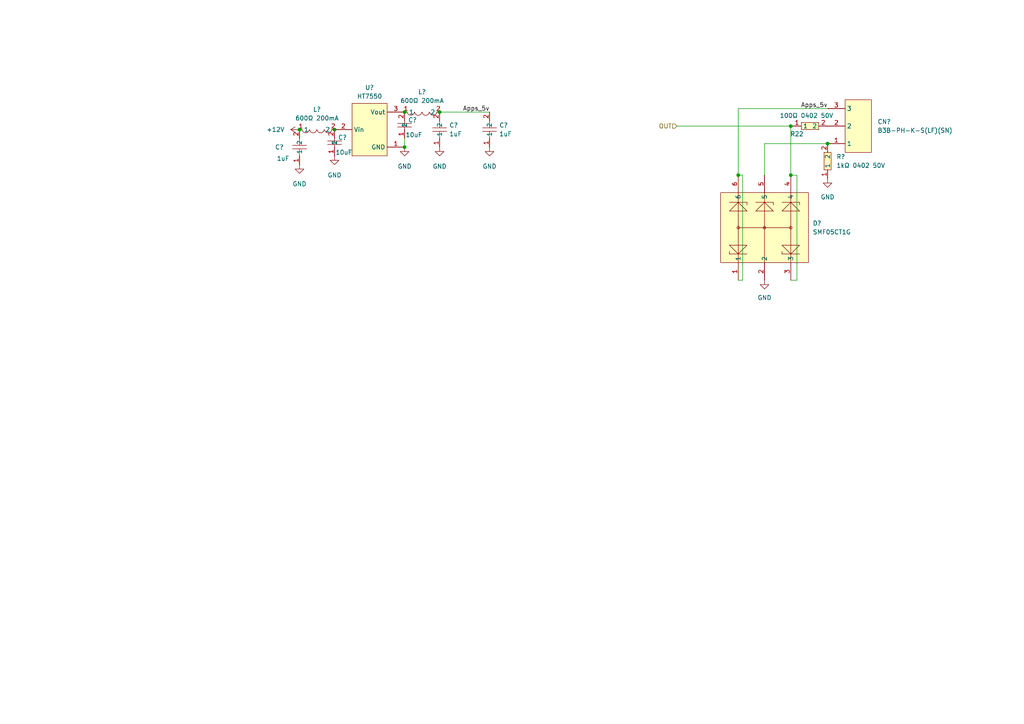
<source format=kicad_sch>
(kicad_sch (version 20211123) (generator eeschema)
  (paper "A4")
  (lib_symbols
    (symbol "easyeda2kicad:100Ω 0402 50V"
      (property "Reference" "R" (at 0 5.08 0))
      (property "Value" "100Ω 0402 50V" (at 0 -5.08 0))
      (symbol "100Ω 0402 50V_0_1"
        (rectangle (start -2.54 1.02) (end 2.54 -1.02) (fill (type background)))
        (pin input line (at -5.08 0 0) (length 2.54) (name "1") (number "1"))
        (pin input line (at 5.08 0 180) (length 2.54) (name "2") (number "2"))
      )
    )
    (symbol "easyeda2kicad:1kΩ 0402 50V"
      (property "Reference" "R" (at 0 5.08 0))
      (property "Value" "1kΩ 0402 50V" (at 0 -5.08 0))
      (symbol "1kΩ 0402 50V_0_1"
        (rectangle (start -2.54 1.02) (end 2.54 -1.02) (fill (type background)))
        (pin input line (at -5.08 0 0) (length 2.54) (name "1") (number "1"))
        (pin input line (at 5.08 0 180) (length 2.54) (name "2") (number "2"))
      )
    )
    (symbol "easyeda2kicad:25V 10uF X5R ±10% 0805"
      (property "Reference" "C" (at 0 5.08 0))
      (property "Value" "25V 10uF X5R ±10% 0805" (at 0 -5.08 0))
      (symbol "25V 10uF X5R ±10% 0805_0_1"
        (polyline (pts (xy -1.27 0) (xy -0.51 0)))
        (polyline (pts (xy -0.51 2.03) (xy -0.51 -2.03)))
        (polyline (pts (xy 0.51 0) (xy 1.27 0)))
        (polyline (pts (xy 0.51 2.03) (xy 0.51 -2.03)))
        (pin input line (at -3.81 0 0) (length 2.54) (name "1") (number "1"))
        (pin input line (at 3.81 0 180) (length 2.54) (name "2") (number "2"))
      )
    )
    (symbol "easyeda2kicad:25V 1uF X5R ±10% 0402"
      (property "Reference" "C" (at 0 5.08 0))
      (property "Value" "25V 1uF X5R ±10% 0402" (at 0 -5.08 0))
      (symbol "25V 1uF X5R ±10% 0402_0_1"
        (polyline (pts (xy -0.51 -2.03) (xy -0.51 2.03)))
        (polyline (pts (xy -0.51 0) (xy -2.54 0)))
        (polyline (pts (xy 0.51 2.03) (xy 0.51 -2.03)))
        (polyline (pts (xy 2.54 0) (xy 0.51 0)))
        (pin unspecified line (at -5.08 0 0) (length 2.54) (name "1") (number "1"))
        (pin unspecified line (at 5.08 0 180) (length 2.54) (name "2") (number "2"))
      )
    )
    (symbol "easyeda2kicad:600Ω 200mA"
      (property "Reference" "L" (at 0 5.08 0))
      (property "Value" "600Ω 200mA" (at 0 -5.08 0))
      (symbol "600Ω 200mA_0_1"
        (arc (start -4.29 -0.02) (mid -2.52 -0.79) (end -2.27 -0.02))
        (arc (start -2.13 -0.02) (mid -0.36 -0.79) (end -0.11 -0.02))
        (arc (start 0.02 -0.02) (mid 1.79 -0.79) (end 2.04 -0.02))
        (arc (start 2.21 -0.02) (mid 3.3 -1.12) (end 4.23 -0.02))
        (pin unspecified line (at -5.08 0 0) (length 0.762) (name "1") (number "1"))
        (pin unspecified line (at 5.08 0 180) (length 0.762) (name "2") (number "2"))
      )
    )
    (symbol "easyeda2kicad:B3B-PH-K-S(LF)(SN)"
      (property "Reference" "CN" (at 0 10.16 0))
      (property "Value" "B3B-PH-K-S(LF)(SN)" (at 0 -10.16 0))
      (symbol "B3B-PH-K-S(LF)(SN)_0_1"
        (rectangle (start -6.35 7.62) (end 1.27 -7.62) (fill (type background)))
        (pin input line (at 6.35 5.08 180) (length 5.08) (name "1") (number "1"))
        (pin input line (at 6.35 0 180) (length 5.08) (name "2") (number "2"))
        (pin input line (at 6.35 -5.08 180) (length 5.08) (name "3") (number "3"))
      )
    )
    (symbol "easyeda2kicad:HT7550-1_C16106"
      (property "Reference" "U" (at 0 10.16 0))
      (property "Value" "HT7550-1_C16106" (at 0 -10.16 0))
      (symbol "HT7550-1_C16106_0_1"
        (rectangle (start -5.08 7.62) (end 5.08 -7.62) (fill (type background)))
        (pin unspecified line (at 10.16 -5.08 180) (length 5.08) (name "GND") (number "1"))
        (pin unspecified line (at -10.16 0 0) (length 5.08) (name "Vin") (number "2"))
        (pin unspecified line (at 10.16 5.08 180) (length 5.08) (name "Vout") (number "3"))
      )
    )
    (symbol "easyeda2kicad:SMF05CT1G"
      (property "Reference" "D" (at 0 12.7 0))
      (property "Value" "SMF05CT1G" (at 0 -12.7 0))
      (symbol "SMF05CT1G_0_1"
        (rectangle (start -10.16 12.7) (end 10.16 -12.7) (fill (type background)))
        (circle (center 0 -7.62) (radius 0.38))
        (polyline (pts (xy -10.16 -7.62) (xy 10.16 -7.62)))
        (polyline (pts (xy -10.16 0) (xy 0 0)))
        (polyline (pts (xy -10.16 7.62) (xy 10.16 7.62)))
        (polyline (pts (xy -7.62 -10.16) (xy -7.62 -5.08)))
        (polyline (pts (xy -7.62 -5.08) (xy -6.86 -5.08)))
        (polyline (pts (xy -7.62 5.08) (xy -7.62 10.16)))
        (polyline (pts (xy -7.62 10.16) (xy -6.86 10.16)))
        (polyline (pts (xy 0 -7.62) (xy 0 7.62)))
        (polyline (pts (xy 0 0) (xy 10.16 0)))
        (polyline (pts (xy 7.37 -10.16) (xy 6.6 -10.16)))
        (polyline (pts (xy 7.37 -5.08) (xy 7.37 -10.16)))
        (polyline (pts (xy 7.37 -2.54) (xy 6.6 -2.54)))
        (polyline (pts (xy 7.37 2.54) (xy 7.37 -2.54)))
        (polyline (pts (xy 7.37 5.08) (xy 6.6 5.08)))
        (polyline (pts (xy 7.37 10.16) (xy 7.37 5.08)))
        (polyline (pts (xy -5.08 -5.08) (xy -7.62 -7.62) (xy -5.08 -10.16) (xy -5.08 -5.08)) (fill (type background)))
        (polyline (pts (xy -5.08 10.16) (xy -7.62 7.62) (xy -5.08 5.08) (xy -5.08 10.16)) (fill (type background)))
        (polyline (pts (xy 4.83 -10.16) (xy 7.37 -7.62) (xy 4.83 -5.08) (xy 4.83 -10.16)) (fill (type background)))
        (polyline (pts (xy 4.83 -2.54) (xy 7.37 0) (xy 4.83 2.54) (xy 4.83 -2.54)) (fill (type background)))
        (polyline (pts (xy 4.83 5.08) (xy 7.37 7.62) (xy 4.83 10.16) (xy 4.83 5.08)) (fill (type background)))
        (circle (center 0 0) (radius 0.38))
        (circle (center 0 7.62) (radius 0.38))
        (arc (start 0.25 -7.62) (mid 0.25 -7.61) (end 0.25 -7.62))
        (arc (start 0.25 0) (mid 0.25 0.01) (end 0.25 0))
        (arc (start 0.25 7.62) (mid 0.25 7.63) (end 0.25 7.62))
        (pin input line (at -15.24 7.62 0) (length 5.08) (name "1") (number "1"))
        (pin input line (at -15.24 0 0) (length 5.08) (name "2") (number "2"))
        (pin input line (at -15.24 -7.62 0) (length 5.08) (name "3") (number "3"))
        (pin input line (at 15.24 -7.62 180) (length 5.08) (name "4") (number "4"))
        (pin input line (at 15.24 0 180) (length 5.08) (name "5") (number "5"))
        (pin input line (at 15.24 7.62 180) (length 5.08) (name "6") (number "6"))
      )
    )
    (symbol "power:+12V" (power) (pin_names (offset 0))
      (property "Value" "+12V" (at 0 3.556 0))
      (symbol "+12V_0_1"
        (polyline (pts (xy -0.762 1.27) (xy 0 2.54)))
        (polyline (pts (xy 0 0) (xy 0 2.54)))
        (polyline (pts (xy 0 2.54) (xy 0.762 1.27)))
      )
      (symbol "+12V_1_1"
        (pin power_in line (at 0 0 90) (length 0) hide (name "+12V") (number "1"))
      )
    )
    (symbol "power:GND" (power) (pin_names (offset 0))
      (property "Value" "GND" (at 0 -3.81 0))
      (symbol "GND_0_1"
        (polyline (pts (xy 0 0) (xy 0 -1.27) (xy 1.27 -1.27) (xy 0 -2.54) (xy -1.27 -1.27) (xy 0 -1.27)))
      )
      (symbol "GND_1_1"
        (pin power_in line (at 0 0 270) (length 0) hide (name "GND") (number "1"))
      )
    )
  )
  (junction (at 214.122 50.8))
  (junction (at 117.348 32.512))
  (junction (at 127.508 32.512))
  (junction (at 117.348 42.672))
  (junction (at 97.028 37.592))
  (junction (at 229.362 50.8))
  (junction (at 86.868 37.592))
  (junction (at 240.03 41.656))
  (junction (at 229.362 36.576))
  (wire (pts (xy 231.14 50.8) (xy 229.362 50.8)))
  (wire (pts (xy 196.342 36.576) (xy 229.362 36.576)))
  (wire (pts (xy 231.14 81.28) (xy 231.14 50.8)))
  (wire (pts (xy 214.122 50.8) (xy 214.122 31.496)))
  (wire (pts (xy 214.122 31.496) (xy 240.03 31.496)))
  (wire (pts (xy 221.742 50.8) (xy 221.742 41.656)))
  (wire (pts (xy 117.348 40.132) (xy 117.348 42.672)))
  (wire (pts (xy 215.392 50.8) (xy 214.122 50.8)))
  (wire (pts (xy 229.362 36.576) (xy 229.362 50.8)))
  (wire (pts (xy 229.362 81.28) (xy 231.14 81.28)))
  (wire (pts (xy 214.122 81.28) (xy 215.392 81.28)))
  (wire (pts (xy 127.508 32.512) (xy 141.986 32.512)))
  (wire (pts (xy 221.742 41.656) (xy 240.03 41.656)))
  (wire (pts (xy 229.362 36.576) (xy 229.87 36.576)))
  (wire (pts (xy 215.392 81.28) (xy 215.392 50.8)))
  (label "Apps_5v" (at 141.986 32.512 180))
  (label "Apps_5v" (at 240.03 31.496 180))
  (hierarchical_label "OUT" (shape input) (at 196.342 36.576 180))
  (symbol (lib_id "easyeda2kicad:600Ω 200mA") (at 122.428 32.512 0) (unit 1)
    (property "Reference" "L?" (at 122.428 26.67 0))
    (property "Value" "600Ω 200mA" (at 122.428 29.21 0))
    (property "Footprint" "easyeda2kicad:L0603" (effects hide))
    (property "Datasheet" "https://lcsc.com/product-detail/Ferrite-Beads-And-Chips_600R-25-100MHz_C1002.html" (effects hide))
    (property "Manufacturer" "Sunlord(顺络)" (effects hide))
    (property "LCSC Part" "C1002" (effects hide))
    (property "JLC Part" "Basic Part" (effects hide))
  )
  (symbol (lib_id "power:+12V") (at 86.868 37.592 90) (unit 1)
    (property "Reference" "#PWR0207" (effects hide))
    (property "Value" "+12V" (at 82.55 37.5919 90) (effects (justify left)))
  )
  (symbol (lib_id "power:GND") (at 221.742 81.28 0) (unit 1)
    (property "Reference" "#PWR?" (effects hide))
    (property "Value" "GND" (at 221.742 86.36 0))
  )
  (symbol (lib_id "easyeda2kicad:1kΩ 0402 50V") (at 240.03 46.736 90) (unit 1)
    (property "Reference" "R?" (at 242.57 45.4659 90) (effects (justify right)))
    (property "Value" "1kΩ 0402 50V" (at 242.57 48.0059 90) (effects (justify right)))
    (property "Footprint" "easyeda2kicad:R0402" (effects hide))
    (property "Datasheet" "https://lcsc.com/product-detail/Chip-Resistor-Surface-Mount-UniOhm_1KR-1001-1_C11702.html" (effects hide))
    (property "Manufacturer" "UNI-ROYAL(厚声)" (effects hide))
    (property "LCSC Part" "C11702" (effects hide))
    (property "JLC Part" "Basic Part" (effects hide))
  )
  (symbol (lib_id "easyeda2kicad:25V 10uF X5R ±10% 0805") (at 117.348 36.322 90) (unit 1)
    (property "Reference" "C?" (at 118.364 34.798 90) (effects (justify right)))
    (property "Value" "10uF" (at 117.602 39.116 90) (effects (justify right)))
    (property "Footprint" "easyeda2kicad:C0805" (effects hide))
    (property "Datasheet" "https://lcsc.com/product-detail/Multilayer-Ceramic-Capacitors-MLCC-SMD-SMT_SAMSUNG_CL21A106KAYNNNE_10uF-106-10-25V_C15850.html" (effects hide))
    (property "Manufacturer" "SAMSUNG(三星)" (effects hide))
    (property "LCSC Part" "C15850" (effects hide))
    (property "JLC Part" "Basic Part" (effects hide))
  )
  (symbol (lib_id "easyeda2kicad:25V 1uF X5R ±10% 0402") (at 86.868 42.672 90) (unit 1)
    (property "Reference" "C?" (at 79.756 42.672 90) (effects (justify right)))
    (property "Value" "1uF" (at 80.264 45.974 90) (effects (justify right)))
    (property "Footprint" "easyeda2kicad:C0402" (effects hide))
    (property "Datasheet" "https://lcsc.com/product-detail/Multilayer-Ceramic-Capacitors-MLCC-SMD-SMT_SAMSUNG_CL05A105KA5NQNC_1uF-105-10-25V_C52923.html" (effects hide))
    (property "Manufacturer" "SAMSUNG(三星)" (effects hide))
    (property "LCSC Part" "C52923" (effects hide))
    (property "JLC Part" "Basic Part" (effects hide))
  )
  (symbol (lib_id "easyeda2kicad:25V 1uF X5R ±10% 0402") (at 141.986 37.592 90) (unit 1)
    (property "Reference" "C?" (at 144.78 36.3219 90) (effects (justify right)))
    (property "Value" "1uF" (at 144.78 38.8619 90) (effects (justify right)))
    (property "Footprint" "easyeda2kicad:C0402" (effects hide))
    (property "Datasheet" "https://lcsc.com/product-detail/Multilayer-Ceramic-Capacitors-MLCC-SMD-SMT_SAMSUNG_CL05A105KA5NQNC_1uF-105-10-25V_C52923.html" (effects hide))
    (property "Manufacturer" "SAMSUNG(三星)" (effects hide))
    (property "LCSC Part" "C52923" (effects hide))
    (property "JLC Part" "Basic Part" (effects hide))
  )
  (symbol (lib_id "easyeda2kicad:B3B-PH-K-S(LF)(SN)") (at 246.38 36.576 180) (unit 1)
    (property "Reference" "CN?" (at 254.508 35.3059 0) (effects (justify right)))
    (property "Value" "B3B-PH-K-S(LF)(SN)" (at 254.508 37.8459 0) (effects (justify right)))
    (property "Footprint" "easyeda2kicad:CONN-TH_B3B-PH-K-S" (effects hide))
    (property "Datasheet" "https://lcsc.com/product-detail/PH-Connectors_JST_B3B-PH-K-S-LF-SN_B3B-PH-K-S-LF-SN_C131339.html" (effects hide))
    (property "Manufacturer" "JST" (effects hide))
    (property "LCSC Part" "C131339" (effects hide))
    (property "JLC Part" "Extended Part" (effects hide))
  )
  (symbol (lib_id "easyeda2kicad:HT7550-1_C16106") (at 107.188 37.592 0) (unit 1)
    (property "Reference" "U?" (at 107.188 25.4 0))
    (property "Value" "HT7550" (at 107.188 27.94 0))
    (property "Footprint" "easyeda2kicad:SOT-89-3_L4.5-W2.5-P1.50-LS4.2-BR" (effects hide))
    (property "Datasheet" "https://lcsc.com/product-detail/Low-Dropout-Regulators-LDO_HT7550-1_C16106.html" (effects hide))
    (property "Manufacturer" "HOLTEK(合泰/盛群)" (effects hide))
    (property "LCSC Part" "C16106" (effects hide))
    (property "JLC Part" "Basic Part" (effects hide))
  )
  (symbol (lib_id "easyeda2kicad:25V 1uF X5R ±10% 0402") (at 127.508 37.592 90) (unit 1)
    (property "Reference" "C?" (at 130.302 36.3219 90) (effects (justify right)))
    (property "Value" "1uF" (at 130.302 38.8619 90) (effects (justify right)))
    (property "Footprint" "easyeda2kicad:C0402" (effects hide))
    (property "Datasheet" "https://lcsc.com/product-detail/Multilayer-Ceramic-Capacitors-MLCC-SMD-SMT_SAMSUNG_CL05A105KA5NQNC_1uF-105-10-25V_C52923.html" (effects hide))
    (property "Manufacturer" "SAMSUNG(三星)" (effects hide))
    (property "LCSC Part" "C52923" (effects hide))
    (property "JLC Part" "Basic Part" (effects hide))
  )
  (symbol (lib_id "easyeda2kicad:600Ω 200mA") (at 91.948 37.592 0) (unit 1)
    (property "Reference" "L?" (at 91.948 31.75 0))
    (property "Value" "600Ω 200mA" (at 91.948 34.29 0))
    (property "Footprint" "easyeda2kicad:L0603" (effects hide))
    (property "Datasheet" "https://lcsc.com/product-detail/Ferrite-Beads-And-Chips_600R-25-100MHz_C1002.html" (effects hide))
    (property "Manufacturer" "Sunlord(顺络)" (effects hide))
    (property "LCSC Part" "C1002" (effects hide))
    (property "JLC Part" "Basic Part" (effects hide))
  )
  (symbol (lib_id "easyeda2kicad:25V 10uF X5R ±10% 0805") (at 97.028 41.402 90) (unit 1)
    (property "Reference" "C?" (at 98.044 39.878 90) (effects (justify right)))
    (property "Value" "10uF" (at 97.282 44.196 90) (effects (justify right)))
    (property "Footprint" "easyeda2kicad:C0805" (effects hide))
    (property "Datasheet" "https://lcsc.com/product-detail/Multilayer-Ceramic-Capacitors-MLCC-SMD-SMT_SAMSUNG_CL21A106KAYNNNE_10uF-106-10-25V_C15850.html" (effects hide))
    (property "Manufacturer" "SAMSUNG(三星)" (effects hide))
    (property "LCSC Part" "C15850" (effects hide))
    (property "JLC Part" "Basic Part" (effects hide))
  )
  (symbol (lib_id "power:GND") (at 97.028 45.212 0) (unit 1)
    (property "Reference" "#PWR?" (effects hide))
    (property "Value" "GND" (at 97.028 50.8 0))
  )
  (symbol (lib_id "power:GND") (at 127.508 42.672 0) (unit 1)
    (property "Reference" "#PWR?" (effects hide))
    (property "Value" "GND" (at 127.508 48.26 0))
  )
  (symbol (lib_id "power:GND") (at 86.868 47.752 0) (unit 1)
    (property "Reference" "#PWR?" (effects hide))
    (property "Value" "GND" (at 86.868 53.34 0))
  )
  (symbol (lib_id "easyeda2kicad:100Ω 0402 50V") (at 234.95 36.576 0) (unit 1)
    (property "Reference" "R22" (at 231.14 38.862 0))
    (property "Value" "100Ω 0402 50V" (at 233.934 33.528 0))
    (property "Footprint" "easyeda2kicad:R0402" (effects hide))
    (property "Datasheet" "https://lcsc.com/product-detail/Chip-Resistor-Surface-Mount-UniOhm_100R-1000-1_C25076.html" (effects hide))
    (property "Manufacturer" "UNI-ROYAL(厚声)" (effects hide))
    (property "LCSC Part" "C25076" (effects hide))
    (property "JLC Part" "Basic Part" (effects hide))
  )
  (symbol (lib_id "power:GND") (at 240.03 51.816 0) (unit 1)
    (property "Reference" "#PWR?" (effects hide))
    (property "Value" "GND" (at 240.03 57.15 0))
  )
  (symbol (lib_id "easyeda2kicad:SMF05CT1G") (at 221.742 66.04 90) (unit 1)
    (property "Reference" "D?" (at 235.712 64.7699 90) (effects (justify right)))
    (property "Value" "SMF05CT1G" (at 235.712 67.3099 90) (effects (justify right)))
    (property "Footprint" "easyeda2kicad:SOT-363_L2.0-W1.3-P0.65-LS2.1-BR" (effects hide))
    (property "Datasheet" "https://lcsc.com/product-detail/TVS_ON_SMF05CT1G_SMF05CT1G_C15879.html" (effects hide))
    (property "Manufacturer" "onsemi(安森美)" (effects hide))
    (property "LCSC Part" "C15879" (effects hide))
    (property "JLC Part" "Basic Part" (effects hide))
  )
  (symbol (lib_id "power:GND") (at 117.348 42.672 0) (unit 1)
    (property "Reference" "#PWR?" (effects hide))
    (property "Value" "GND" (at 117.348 48.26 0))
  )
  (symbol (lib_id "power:GND") (at 141.986 42.672 0) (unit 1)
    (property "Reference" "#PWR?" (effects hide))
    (property "Value" "GND" (at 141.986 48.26 0))
  )
)
</source>
